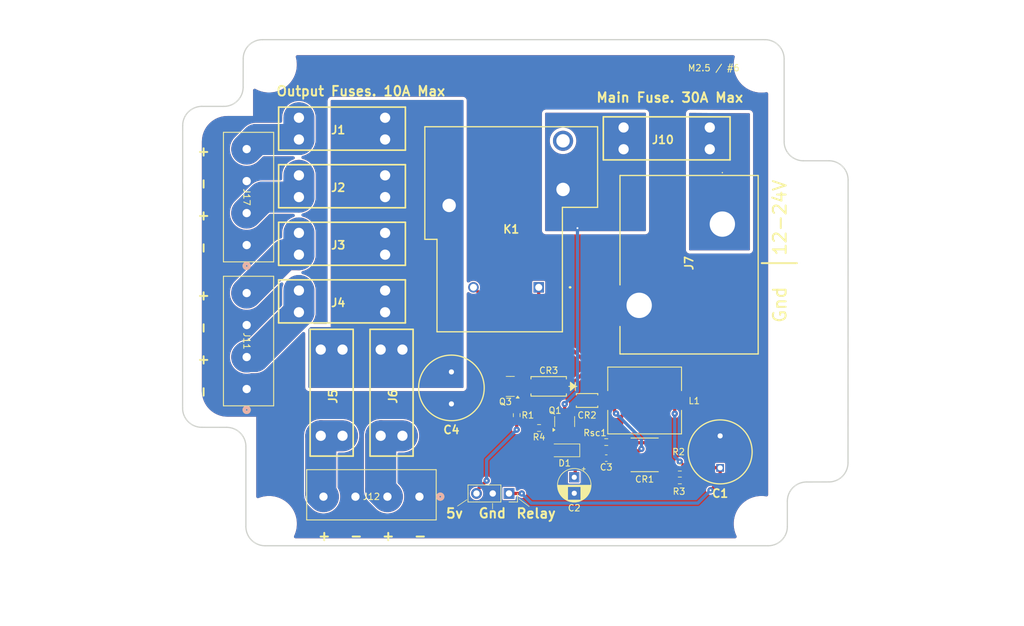
<source format=kicad_pcb>
(kicad_pcb (version 20241229) (generator "pcbnew") (generator_version "9.0")
  (layers (0 "F.Cu" signal) (2 "B.Cu" signal) (13 "F.Paste" user) (15 "B.Paste" user) (5 "F.SilkS" user "F.Silkscreen") (7 "B.SilkS" user "B.Silkscreen") (1 "F.Mask" user) (3 "B.Mask" user) (25 "Edge.Cuts" user))
  (net 0 "")
  (net 1 "Net-(J1-Pad1)")
  (net 2 "Net-(J17-Pad2)")
  (net 3 "Net-(J11-Pad4)")
  (net 4 "GND")
  (net 6 "/50F")
  (net 7 "/50U")
  (net 8 "/50R")
  (net 9 "Net-(CR1-TC)")
  (net 10 "Net-(CR1-DRC)")
  (net 11 "Net-(CR1-SWE)")
  (net 13 "Net-(CR1-CII)")
  (net 14 "/5V")
  (net 15 "Net-(J9-Pin_3)")
  (net 16 "Net-(D1-A)")
  (net 17 "/5VReg/Vin")
  (net 18 "Net-(K1-COIL_2)")
  (net 19 "Net-(Q3-B)")
  (net 20 "Net-(J11-Pad2)")
  (net 21 "Net-(J12-Pad4)")
  (net 22 "Net-(J12-Pad2)")
  (footprint "LEDController:3557-2" (layer "F.Cu") (at 71.145765 94.25 90)
    (property "Reference" "J6" (at -0.597 0.218 90) (layer "F.SilkS") (effects (font (size 1.27 1.27) (thickness 0.254))))
    (property "Value" "3557-2" (hide yes))
    (pad "1" thru_hole circle (at -6.735 -1.7 90) (size 2.4 2.4) (drill 1.6) (layers "*.Cu" "*.Mask") (net 22 "Net-(J12-Pad2)"))
    (pad "2" thru_hole circle (at 6.735 -1.7 90) (size 2.4 2.4) (drill 1.6) (layers "*.Cu" "*.Mask") (net 8 "/50R"))
    (pad "3" thru_hole circle (at -6.735 1.7 90) (size 2.4 2.4) (drill 1.6) (layers "*.Cu" "*.Mask") (net 22 "Net-(J12-Pad2)"))
    (pad "4" thru_hole circle (at 6.735 1.7 90) (size 2.4 2.4) (drill 1.6) (layers "*.Cu" "*.Mask") (net 8 "/50R"))
  )
  (footprint "MountingHole:MountingHole_2.7mm_M2.5" (layer "F.Cu") (at 52 114.74)
    (property "Reference" "REF**" (hide yes))
    (property "Value" "MountingHole_2.7mm_M2.5")
    (pad "" np_thru_hole circle (at 0 0) (size 2.7 2.7) (drill 2.7) (layers "*.Cu" "*.Mask"))
  )
  (footprint "LEDController:CONN4_TB002-500_787x299_CUD" (layer "F.Cu") (at 75.5 110.5)
    (property "Reference" "J12" (at -7.5 0 0) (layer "F.SilkS"))
    (property "Value" "TB002-500-04BE")
    (pad "1" thru_hole circle (at 0 0) (size 1.8034 1.8034) (drill 1.2954) (layers "*.Cu" "*.Mask") (net 4 "GND"))
    (pad "2" thru_hole circle (at -5 0) (size 1.8034 1.8034) (drill 1.2954) (layers "*.Cu" "*.Mask") (net 22 "Net-(J12-Pad2)"))
    (pad "3" thru_hole circle (at -10 0) (size 1.8034 1.8034) (drill 1.2954) (layers "*.Cu" "*.Mask") (net 4 "GND"))
    (pad "4" thru_hole circle (at -15.000001 0) (size 1.8034 1.8034) (drill 1.2954) (layers "*.Cu" "*.Mask") (net 21 "Net-(J12-Pad4)"))
  )
  (footprint "Connector_PinSocket_2.54mm:PinSocket_1x03_P2.54mm_Vertical" (layer "F.Cu") (at 89.5 110 -90)
    (property "Reference" "J9" (hide yes))
    (property "Value" "Conn_01x03_Pin" (hide yes))
    (pad "1" thru_hole rect (at 0 0 270) (size 1.7 1.7) (drill 1) (layers "*.Cu" "*.Mask") (net 14 "/5V"))
    (pad "2" thru_hole oval (at 0 2.54 270) (size 1.7 1.7) (drill 1) (layers "*.Cu" "*.Mask") (net 4 "GND"))
    (pad "3" thru_hole oval (at 0 5.08 270) (size 1.7 1.7) (drill 1) (layers "*.Cu" "*.Mask") (net 15 "Net-(J9-Pin_3)"))
  )
  (footprint "LEDController:0389690002" (layer "F.Cu") (at 122.845765 67.9 -90)
    (property "Reference" "J7" (at 6.1 5.2 90) (layer "F.SilkS") (effects (font (size 1.27 1.27) (thickness 0.254))))
    (property "Value" "0389690002" (hide yes))
    (pad "1" thru_hole rect (at 0 0 270) (size 5.94 5.94) (drill 3.96) (layers "*.Cu" "*.Mask") (net 7 "/50U"))
    (pad "2" thru_hole circle (at 12.7 13 270) (size 5.94 5.94) (drill 3.96) (layers "*.Cu" "*.Mask") (net 4 "GND"))
  )
  (footprint "LEDController:3557-2" (layer "F.Cu") (at 63.400765 61.977709)
    (property "Reference" "J2" (at -0.597 0.218 0) (layer "F.SilkS") (effects (font (size 1.27 1.27) (thickness 0.254))))
    (property "Value" "3557-2" (hide yes))
    (pad "1" thru_hole circle (at -6.735 -1.7) (size 2.4 2.4) (drill 1.6) (layers "*.Cu" "*.Mask") (net 2 "Net-(J17-Pad2)"))
    (pad "2" thru_hole circle (at 6.735 -1.7) (size 2.4 2.4) (drill 1.6) (layers "*.Cu" "*.Mask") (net 8 "/50R"))
    (pad "3" thru_hole circle (at -6.735 1.7) (size 2.4 2.4) (drill 1.6) (layers "*.Cu" "*.Mask") (net 2 "Net-(J17-Pad2)"))
    (pad "4" thru_hole circle (at 6.735 1.7) (size 2.4 2.4) (drill 1.6) (layers "*.Cu" "*.Mask") (net 8 "/50R"))
  )
  (footprint "MountingHole:MountingHole_2.7mm_M2.5" (layer "F.Cu") (at 51.99 42.98)
    (property "Reference" "M2.5 / #6" (at 69.51 0.52 0) (layer "F.SilkS"))
    (property "Value" "MountingHole_2.7mm_M2.5")
    (pad "" np_thru_hole circle (at 0 0) (size 2.7 2.7) (drill 2.7) (layers "*.Cu" "*.Mask"))
  )
  (footprint "LEDController:CAPPRD500W60D1025H2200" (layer "F.Cu") (at 80.5 91 -90)
    (property "Reference" "C4" (at 9.059709 0 0) (layer "F.SilkS") (effects (font (size 1.27 1.27) (thickness 0.254))))
    (property "Value" "UVR1E102MPD" (hide yes))
    (pad "1" thru_hole rect (at 0 0 270) (size 1.2 1.2) (drill 0.8) (layers "*.Cu" "*.Mask") (net 8 "/50R"))
    (pad "2" thru_hole circle (at 5 0 270) (size 1.2 1.2) (drill 0.8) (layers "*.Cu" "*.Mask") (net 4 "GND"))
  )
  (footprint "LEDController:IND_BOURNS_SDR1105" (layer "F.Cu") (at 110.7 95.467612)
    (property "Reference" "L1" (at 7.744235 0.059709 0) (layer "F.SilkS"))
    (property "Value" "SDR1105-201KL")
    (pad "1" smd rect (at -4.699 0) (size 2.5908 2.413) (layers "F.Cu" "F.Mask" "F.Paste") (net 11 "Net-(CR1-SWE)"))
    (pad "2" smd rect (at 4.699 0) (size 2.5908 2.413) (layers "F.Cu" "F.Mask" "F.Paste") (net 14 "/5V"))
    (zone (net 0) (net_name "") (layer "F.Cu") (connect_pads (clearance 0)) (min_thickness 0.254)
      (keepout (tracks not_allowed) (vias not_allowed) (pads allowed) (copperpour not_allowed) (footprints allowed))
      (fill (thermal_gap 0.508) (thermal_bridge_width 0.508))
      (polygon (pts (xy 107.3472 90.425712) (xy 114.0528 90.425712) (xy 114.0528 100.509512) (xy 107.3472 100.509512)))
    )
  )
  (footprint "LEDController:3557-2" (layer "F.Cu") (at 61.780765 94.25 90)
    (property "Reference" "J5" (at -0.597 0.218 90) (layer "F.SilkS") (effects (font (size 1.27 1.27) (thickness 0.254))))
    (property "Value" "3557-2" (hide yes))
    (pad "1" thru_hole circle (at -6.735 -1.7 90) (size 2.4 2.4) (drill 1.6) (layers "*.Cu" "*.Mask") (net 21 "Net-(J12-Pad4)"))
    (pad "2" thru_hole circle (at 6.735 -1.7 90) (size 2.4 2.4) (drill 1.6) (layers "*.Cu" "*.Mask") (net 8 "/50R"))
    (pad "3" thru_hole circle (at -6.735 1.7 90) (size 2.4 2.4) (drill 1.6) (layers "*.Cu" "*.Mask") (net 21 "Net-(J12-Pad4)"))
    (pad "4" thru_hole circle (at 6.735 1.7 90) (size 2.4 2.4) (drill 1.6) (layers "*.Cu" "*.Mask") (net 8 "/50R"))
  )
  (footprint "LEDController:CONN4_TB002-500_787x299_CUD" (layer "F.Cu") (at 48.5 71.177709 -90)
    (property "Reference" "J17" (at -7.5 0 270) (layer "F.SilkS"))
    (property "Value" "TB002-500-04BE")
    (pad "1" thru_hole circle (at 0 0 270) (size 1.8034 1.8034) (drill 1.2954) (layers "*.Cu" "*.Mask") (net 4 "GND"))
    (pad "2" thru_hole circle (at -5 0 270) (size 1.8034 1.8034) (drill 1.2954) (layers "*.Cu" "*.Mask") (net 2 "Net-(J17-Pad2)"))
    (pad "3" thru_hole circle (at -10 0 270) (size 1.8034 1.8034) (drill 1.2954) (layers "*.Cu" "*.Mask") (net 4 "GND"))
    (pad "4" thru_hole circle (at -15.000001 0 270) (size 1.8034 1.8034) (drill 1.2954) (layers "*.Cu" "*.Mask") (net 1 "Net-(J1-Pad1)"))
  )
  (footprint "LEDController:CAPPRD500W60D1000H1350" (layer "F.Cu") (at 122.5 106 90)
    (property "Reference" "C1" (at -4 0 0) (layer "F.SilkS") (effects (font (size 1.27 1.27) (thickness 0.254))))
    (property "Value" "470uF" (hide yes))
    (pad "1" thru_hole rect (at 0 0 90) (size 1.2 1.2) (drill 0.8) (layers "*.Cu" "*.Mask") (net 14 "/5V"))
    (pad "2" thru_hole circle (at 5 0 90) (size 1.2 1.2) (drill 0.8) (layers "*.Cu" "*.Mask") (net 4 "GND"))
  )
  (footprint "Package_TO_SOT_SMD:SOT-23" (layer "F.Cu") (at 89.7 93.2625 180)
    (property "Reference" "Q3" (at 0.755765 -2.4 0) (layer "F.SilkS"))
    (property "Value" "MMBT2222A")
    (pad "1" smd roundrect (at -0.9375 -0.95 180) (size 1.475 0.6) (layers "F.Cu" "F.Mask" "F.Paste") (net 19 "Net-(Q3-B)"))
    (pad "2" smd roundrect (at -0.9375 0.95 180) (size 1.475 0.6) (layers "F.Cu" "F.Mask" "F.Paste") (net 4 "GND"))
    (pad "3" smd roundrect (at 0.9375 0 180) (size 1.475 0.6) (layers "F.Cu" "F.Mask" "F.Paste") (net 18 "Net-(K1-COIL_2)"))
  )
  (footprint "Resistor_SMD:R_0603_1608Metric_Pad0.98x0.95mm_HandSolder" (layer "F.Cu") (at 116.2 107.967612 180)
    (property "Reference" "R3" (at 0.122289 -1.718624 0) (layer "F.SilkS"))
    (property "Value" "1.2k")
    (pad "1" smd roundrect (at -0.9125 0 180) (size 0.975 0.95) (layers "F.Cu" "F.Mask" "F.Paste") (net 14 "/5V"))
    (pad "2" smd roundrect (at 0.9125 0 180) (size 0.975 0.95) (layers "F.Cu" "F.Mask" "F.Paste") (net 4 "GND"))
  )
  (footprint "MountingHole:MountingHole_2.7mm_M2.5" (layer "F.Cu") (at 128.97 114.74)
    (property "Reference" "REF**" (hide yes))
    (property "Value" "MountingHole_2.7mm_M2.5")
    (pad "" np_thru_hole circle (at 0 0) (size 2.7 2.7) (drill 2.7) (layers "*.Cu" "*.Mask"))
  )
  (footprint "LEDController:3557-2" (layer "F.Cu") (at 114.145765 54.5)
    (property "Reference" "J10" (at -0.597 0.218 0) (layer "F.SilkS") (effects (font (size 1.27 1.27) (thickness 0.254))))
    (property "Value" "3557-2" (hide yes))
    (pad "1" thru_hole circle (at -6.735 -1.7) (size 2.4 2.4) (drill 1.6) (layers "*.Cu" "*.Mask") (net 6 "/50F"))
    (pad "2" thru_hole circle (at 6.735 -1.7) (size 2.4 2.4) (drill 1.6) (layers "*.Cu" "*.Mask") (net 7 "/50U"))
    (pad "3" thru_hole circle (at -6.735 1.7) (size 2.4 2.4) (drill 1.6) (layers "*.Cu" "*.Mask") (net 6 "/50F"))
    (pad "4" thru_hole circle (at 6.735 1.7) (size 2.4 2.4) (drill 1.6) (layers "*.Cu" "*.Mask") (net 7 "/50U"))
  )
  (footprint "LEDController:3557-2" (layer "F.Cu") (at 63.400765 70.977709)
    (property "Reference" "J3" (at -0.597 0.218 0) (layer "F.SilkS") (effects (font (size 1.27 1.27) (thickness 0.254))))
    (property "Value" "3557-2" (hide yes))
    (pad "1" thru_hole circle (at -6.735 -1.7) (size 2.4 2.4) (drill 1.6) (layers "*.Cu" "*.Mask") (net 3 "Net-(J11-Pad4)"))
    (pad "2" thru_hole circle (at 6.735 -1.7) (size 2.4 2.4) (drill 1.6) (layers "*.Cu" "*.Mask") (net 8 "/50R"))
    (pad "3" thru_hole circle (at -6.735 1.7) (size 2.4 2.4) (drill 1.6) (layers "*.Cu" "*.Mask") (net 3 "Net-(J11-Pad4)"))
    (pad "4" thru_hole circle (at 6.735 1.7) (size 2.4 2.4) (drill 1.6) (layers "*.Cu" "*.Mask") (net 8 "/50R"))
  )
  (footprint "LEDController:3557-2" (layer "F.Cu") (at 63.400765 52.977709)
    (property "Reference" "J1" (at -0.597 0.218 0) (layer "F.SilkS") (effects (font (size 1.27 1.27) (thickness 0.254))))
    (property "Value" "3557-2" (hide yes))
    (pad "1" thru_hole circle (at -6.735 -1.7) (size 2.4 2.4) (drill 1.6) (layers "*.Cu" "*.Mask") (net 1 "Net-(J1-Pad1)"))
    (pad "2" thru_hole circle (at 6.735 -1.7) (size 2.4 2.4) (drill 1.6) (layers "*.Cu" "*.Mask") (net 8 "/50R"))
    (pad "3" thru_hole circle (at -6.735 1.7) (size 2.4 2.4) (drill 1.6) (layers "*.Cu" "*.Mask") (net 1 "Net-(J1-Pad1)"))
    (pad "4" thru_hole circle (at 6.735 1.7) (size 2.4 2.4) (drill 1.6) (layers "*.Cu" "*.Mask") (net 8 "/50R"))
  )
  (footprint "MountingHole:MountingHole_2.7mm_M2.5" (layer "F.Cu") (at 128.96 43)
    (property "Reference" "REF**" (hide yes))
    (property "Value" "MountingHole_2.7mm_M2.5")
    (pad "" np_thru_hole circle (at 0 0) (size 2.7 2.7) (drill 2.7) (layers "*.Cu" "*.Mask"))
  )
  (footprint "LEDController:3557-2" (layer "F.Cu") (at 63.400765 79.977709)
    (property "Reference" "J4" (at -0.597 0.218 0) (layer "F.SilkS") (effects (font (size 1.27 1.27) (thickness 0.254))))
    (property "Value" "3557-2" (hide yes))
    (pad "1" thru_hole circle (at -6.735 -1.7) (size 2.4 2.4) (drill 1.6) (layers "*.Cu" "*.Mask") (net 20 "Net-(J11-Pad2)"))
    (pad "2" thru_hole circle (at 6.735 -1.7) (size 2.4 2.4) (drill 1.6) (layers "*.Cu" "*.Mask") (net 8 "/50R"))
    (pad "3" thru_hole circle (at -6.735 1.7) (size 2.4 2.4) (drill 1.6) (layers "*.Cu" "*.Mask") (net 20 "Net-(J11-Pad2)"))
    (pad "4" thru_hole circle (at 6.735 1.7) (size 2.4 2.4) (drill 1.6) (layers "*.Cu" "*.Mask") (net 8 "/50R"))
  )
  (footprint "LEDController:SOD-123FL_MCC" (layer "F.Cu") (at 101.7 95.467612 180)
    (property "Reference" "CR2" (at 0.005765 -2.309709 0) (layer "F.SilkS"))
    (property "Value" "SMD110PL-TP")
    (pad "1" smd rect (at -1.8415 0 180) (size 0.5842 1.0414) (layers "F.Cu" "F.Mask" "F.Paste") (net 11 "Net-(CR1-SWE)"))
    (pad "2" smd rect (at 1.8415 0 180) (size 0.5842 1.0414) (layers "F.Cu" "F.Mask" "F.Paste") (net 4 "GND"))
    (zone (net 0) (net_name "") (layer "F.Cu") (connect_pads (clearance 0)) (min_thickness 0.254)
      (keepout (tracks not_allowed) (vias not_allowed) (pads allowed) (copperpour not_allowed) (footprints allowed))
      (fill (thermal_gap 0.508) (thermal_bridge_width 0.508))
      (polygon (pts (xy 103.1986 96.369312) (xy 100.2014 96.369312) (xy 100.2014 94.565912) (xy 103.1986 94.565912)))
    )
  )
  (footprint "Package_TO_SOT_SMD:SOT-23-3" (layer "F.Cu") (at 98.2 98.7625 90)
    (property "Reference" "Q1" (at 1.735179 -1.505765 0) (layer "F.SilkS"))
    (property "Value" "DMP3099L")
    (pad "1" smd roundrect (at -1.1375 -0.95 90) (size 1.325 0.6) (layers "F.Cu" "F.Mask" "F.Paste") (net 16 "Net-(D1-A)"))
    (pad "2" smd roundrect (at -1.1375 0.95 90) (size 1.325 0.6) (layers "F.Cu" "F.Mask" "F.Paste") (net 17 "/5VReg/Vin"))
    (pad "3" smd roundrect (at 1.1375 0 90) (size 1.325 0.6) (layers "F.Cu" "F.Mask" "F.Paste") (net 6 "/50F"))
  )
  (footprint "LEDController:DIODE_DO214AC" (layer "F.Cu") (at 95.7 93.2625 180)
    (property "Reference" "CR3" (at 0 2.485179 0) (layer "F.SilkS"))
    (property "Value" "S1G-E3/61T")
    (pad "1" smd rect (at -1.7018 0 270) (size 1.651 2.1844) (layers "F.Cu" "F.Mask" "F.Paste") (net 14 "/5V"))
    (pad "2" smd rect (at 1.7018 0 270) (size 1.651 2.1844) (layers "F.Cu" "F.Mask" "F.Paste") (net 18 "Net-(K1-COIL_2)"))
    (zone (net 0) (net_name "") (layer "F.Cu") (connect_pads (clearance 0)) (min_thickness 0.254)
      (keepout (tracks not_allowed) (vias not_allowed) (pads allowed) (copperpour not_allowed) (footprints allowed))
      (fill (thermal_gap 0.508) (thermal_bridge_width 0.508))
      (polygon (pts (xy 96.2588 94.1388) (xy 95.1412 94.1388) (xy 95.1412 92.3862) (xy 96.2588 92.3862)))
    )
    (zone (net 0) (net_name "") (layer "F.Cu") (connect_pads (clearance 0)) (min_thickness 0.254)
      (keepout (tracks not_allowed) (vias not_allowed) (pads allowed) (copperpour not_allowed) (footprints allowed))
      (fill (thermal_gap 0.508) (thermal_bridge_width 0.508))
      (polygon (pts (xy 98.2908 92.3862) (xy 93.1092 92.3862) (xy 93.1092 91.9163) (xy 98.2908 91.9163)))
    )
    (zone (net 0) (net_name "") (layer "F.Cu") (connect_pads (clearance 0)) (min_thickness 0.254)
      (keepout (tracks not_allowed) (vias not_allowed) (pads allowed) (copperpour not_allowed) (footprints allowed))
      (fill (thermal_gap 0.508) (thermal_bridge_width 0.508))
      (polygon (pts (xy 98.2908 94.6087) (xy 93.1092 94.6087) (xy 93.1092 94.1388) (xy 98.2908 94.1388)))
    )
  )
  (footprint "Resistor_SMD:R_0603_1608Metric_Pad0.98x0.95mm_HandSolder" (layer "F.Cu") (at 116.2 105.967612)
    (property "Reference" "R2" (at -0.2 -2.467612 0) (layer "F.SilkS"))
    (property "Value" "3.6k")
    (pad "1" smd roundrect (at -0.9125 0) (size 0.975 0.95) (layers "F.Cu" "F.Mask" "F.Paste") (net 13 "Net-(CR1-CII)"))
    (pad "2" smd roundrect (at 0.9125 0) (size 0.975 0.95) (layers "F.Cu" "F.Mask" "F.Paste") (net 14 "/5V"))
  )
  (footprint "Capacitor_THT:CP_Radial_D5.0mm_P2.50mm" (layer "F.Cu") (at 99.7 107.467612 -90)
    (property "Reference" "C2" (at 4.809709 0.005765 0) (layer "F.SilkS"))
    (property "Value" "100uF")
    (pad "1" thru_hole rect (at 0 0 270) (size 1.6 1.6) (drill 0.8) (layers "*.Cu" "*.Mask") (net 17 "/5VReg/Vin"))
    (pad "2" thru_hole circle (at 2.5 0 270) (size 1.6 1.6) (drill 0.8) (layers "*.Cu" "*.Mask") (net 4 "GND"))
  )
  (footprint "Capacitor_SMD:C_0603_1608Metric_Pad1.08x0.95mm_HandSolder" (layer "F.Cu") (at 104.7 104.467612 180)
    (property "Reference" "C3" (at 0 -1.43 0) (layer "F.SilkS"))
    (property "Value" "470pF")
    (pad "1" smd roundrect (at -0.8625 0 180) (size 1.075 0.95) (layers "F.Cu" "F.Mask" "F.Paste") (net 9 "Net-(CR1-TC)"))
    (pad "2" smd roundrect (at 0.8625 0 180) (size 1.075 0.95) (layers "F.Cu" "F.Mask" "F.Paste") (net 4 "GND"))
  )
  (footprint "Resistor_SMD:R_0603_1608Metric_Pad0.98x0.95mm_HandSolder" (layer "F.Cu") (at 94.2 99.7625 180)
    (property "Reference" "R4" (at 0.005765 -1.43 0) (layer "F.SilkS"))
    (property "Value" "470")
    (pad "1" smd roundrect (at -0.9125 0 180) (size 0.975 0.95) (layers "F.Cu" "F.Mask" "F.Paste") (net 16 "Net-(D1-A)"))
    (pad "2" smd roundrect (at 0.9125 0 180) (size 0.975 0.95) (layers "F.Cu" "F.Mask" "F.Paste") (net 4 "GND"))
  )
  (footprint "LEDController:SO-8_STM" (layer "F.Cu") (at 110.7 103.967612)
    (property "Reference" "CR1" (at -0.005765 3.809709 0) (layer "F.SilkS"))
    (property "Value" "MC34063ABD-TR")
    (pad "1" smd rect (at -2.4638 -1.905) (size 1.9812 0.5334) (layers "F.Cu" "F.Mask" "F.Paste") (net 10 "Net-(CR1-DRC)"))
    (pad "2" smd rect (at -2.4638 -0.635) (size 1.9812 0.5334) (layers "F.Cu" "F.Mask" "F.Paste") (net 11 "Net-(CR1-SWE)"))
    (pad "3" smd rect (at -2.4638 0.635) (size 1.9812 0.5334) (layers "F.Cu" "F.Mask" "F.Paste") (net 9 "Net-(CR1-TC)"))
    (pad "4" smd rect (at -2.4638 1.905) (size 1.9812 0.5334) (layers "F.Cu" "F.Mask" "F.Paste") (net 4 "GND"))
    (pad "5" smd rect (at 2.4638 1.905) (size 1.9812 0.5334) (layers "F.Cu" "F.Mask" "F.Paste") (net 13 "Net-(CR1-CII)"))
    (pad "6" smd rect (at 2.4638 0.635) (size 1.9812 0.5334) (layers "F.Cu" "F.Mask" "F.Paste"))
    (pad "7" smd rect (at 2.4638 -0.635) (size 1.9812 0.5334) (layers "F.Cu" "F.Mask" "F.Paste") (net 10 "Net-(CR1-DRC)"))
    (pad "8" smd rect (at 2.4638 -1.905) (size 1.9812 0.5334) (layers "F.Cu" "F.Mask" "F.Paste") (net 10 "Net-(CR1-DRC)"))
  )
  (footprint "LEDController:CONN4_TB002-500_787x299_CUD" (layer "F.Cu") (at 48.5 93.67771 -90)
    (property "Reference" "J11" (at -7.5 0 270) (layer "F.SilkS"))
    (property "Value" "TB002-500-04BE")
    (pad "1" thru_hole circle (at 0 0 270) (size 1.8034 1.8034) (drill 1.2954) (layers "*.Cu" "*.Mask") (net 4 "GND"))
    (pad "2" thru_hole circle (at -5 0 270) (size 1.8034 1.8034) (drill 1.2954) (layers "*.Cu" "*.Mask") (net 20 "Net-(J11-Pad2)"))
    (pad "3" thru_hole circle (at -10 0 270) (size 1.8034 1.8034) (drill 1.2954) (layers "*.Cu" "*.Mask") (net 4 "GND"))
    (pad "4" thru_hole circle (at -15.000001 0 270) (size 1.8034 1.8034) (drill 1.2954) (layers "*.Cu" "*.Mask") (net 3 "Net-(J11-Pad4)"))
  )
  (footprint "Resistor_SMD:R_0603_1608Metric_Pad0.98x0.95mm_HandSolder" (layer "F.Cu") (at 104.7 101.967612)
    (property "Reference" "Rsc1" (at -1.755765 -1.440291 0) (layer "F.SilkS"))
    (property "Value" ".33")
    (pad "1" smd roundrect (at -0.9125 0) (size 0.975 0.95) (layers "F.Cu" "F.Mask" "F.Paste") (net 17 "/5VReg/Vin"))
    (pad "2" smd roundrect (at 0.9125 0) (size 0.975 0.95) (layers "F.Cu" "F.Mask" "F.Paste") (net 10 "Net-(CR1-DRC)"))
  )
  (footprint "Diode_SMD:D_SOD-123" (layer "F.Cu") (at 98.2 103.2625 180)
    (property "Reference" "D1" (at 0 -2 0) (layer "F.SilkS"))
    (property "Value" "D_Zener" (hide yes))
    (pad "1" smd roundrect (at -1.65 0 180) (size 0.9 1.2) (layers "F.Cu" "F.Mask" "F.Paste") (net 17 "/5VReg/Vin"))
    (pad "2" smd roundrect (at 1.65 0 180) (size 0.9 1.2) (layers "F.Cu" "F.Mask" "F.Paste") (net 16 "Net-(D1-A)"))
  )
  (footprint "Resistor_SMD:R_0603_1608Metric_Pad0.98x0.95mm_HandSolder" (layer "F.Cu") (at 90.7 97.7625 90)
    (property "Reference" "R1" (at -0.009056 1.744235 0) (layer "F.SilkS"))
    (property "Value" "1K")
    (pad "1" smd roundrect (at -0.9125 0 90) (size 0.975 0.95) (layers "F.Cu" "F.Mask" "F.Paste") (net 15 "Net-(J9-Pin_3)"))
    (pad "2" smd roundrect (at 0.9125 0 90) (size 0.975 0.95) (layers "F.Cu" "F.Mask" "F.Paste") (net 19 "Net-(Q3-B)"))
  )
  (footprint "LEDController:J115F11CH5VDCS615U" (layer "F.Cu") (at 94.145765 77.781915)
    (property "Reference" "K1" (at -4.3 -9.075 0) (layer "F.SilkS") (effects (font (size 1.27 1.27) (thickness 0.254))))
    (property "Value" "J115F11CH5VDCS61.5U" (hide yes))
    (pad "1" thru_hole rect (at 0 0) (size 1.65 1.65) (drill 1.1) (layers "*.Cu" "*.Mask") (net 14 "/5V"))
    (pad "2" thru_hole circle (at -10.2 0) (size 1.65 1.65) (drill 1.1) (layers "*.Cu" "*.Mask") (net 18 "Net-(K1-COIL_2)"))
    (pad "3" thru_hole circle (at -14 -12.8) (size 3.15 3.15) (drill 2.1) (layers "*.Cu" "*.Mask") (net 8 "/50R"))
    (pad "4" thru_hole circle (at 3.8 -22.9) (size 3.15 3.15) (drill 2.1) (layers "*.Cu" "*.Mask"))
    (pad "5" thru_hole circle (at 3.8 -15.3) (size 3.15 3.15) (drill 2.1) (layers "*.Cu" "*.Mask") (net 6 "/50F"))
  )
  (gr_line (start 81.449724 111.962293) (end 82.90688 110.979704) (stroke (width 0.1)) (layer "F.SilkS"))
  (gr_line (start 92.644496 112.037705) (end 91.070363 110.84684) (stroke (width 0.1)) (layer "F.SilkS"))
  (gr_line (start 86.929181 111.54469) (end 86.929181 112.414776) (stroke (width 0.1)) (layer "F.SilkS"))
  (gr_line (start 134.5 74) (end 129 74) (stroke (width 0.3)) (layer "F.SilkS"))
  (gr_line (start 129.5 39.07136) (end 50.95706 39.071459) (stroke (width 0.2)) (layer "Edge.Cuts"))
  (gr_arc (start 135.5 58) (mid 133.37868 57.12132) (end 132.5 55) (stroke (width 0.2)) (layer "Edge.Cuts"))
  (gr_arc (start 133.005063 111.205313) (mid 133.881588 109.086833) (end 135.998282 108.206005) (stroke (width 0.2)) (layer "Edge.Cuts"))
  (gr_arc (start 45.381085 99.666643) (mid 47.5 100.546636) (end 48.377365 102.66664) (stroke (width 0.2)) (layer "Edge.Cuts"))
  (gr_arc (start 47.95707 42.063488) (mid 48.838558 39.947324) (end 50.957055 39.071459) (stroke (width 0.2)) (layer "Edge.Cuts"))
  (gr_line (start 41.48077 99.661035) (end 45.37737 99.666643) (stroke (width 0.2)) (layer "Edge.Cuts"))
  (gr_arc (start 38.499014 52.499013) (mid 39.378043 50.378331) (end 41.499014 49.5) (stroke (width 0.2)) (layer "Edge.Cuts"))
  (gr_line (start 132.5 55) (end 132.5 42.07136) (stroke (width 0.2)) (layer "Edge.Cuts"))
  (gr_arc (start 142.484569 105.199098) (mid 141.607939 107.317386) (end 139.49135 108.198109) (stroke (width 0.2)) (layer "Edge.Cuts"))
  (gr_line (start 133.004159 115.172044) (end 133.005063 111.205313) (stroke (width 0.2)) (layer "Edge.Cuts"))
  (gr_line (start 51.37737 118.171365) (end 130.004159 118.17136) (stroke (width 0.2)) (layer "Edge.Cuts"))
  (gr_arc (start 41.48077 99.661035) (mid 39.361507 98.780693) (end 38.48449 96.66005) (stroke (width 0.2)) (layer "Edge.Cuts"))
  (gr_line (start 47.95707 42.063488) (end 47.945261 46.507971) (stroke (width 0.2)) (layer "Edge.Cuts"))
  (gr_line (start 135.998282 108.206005) (end 139.49135 108.198109) (stroke (width 0.2)) (layer "Edge.Cuts"))
  (gr_line (start 139.499019 58) (end 135.5 58) (stroke (width 0.2)) (layer "Edge.Cuts"))
  (gr_arc (start 129.499996 39.07136) (mid 131.621333 39.950036) (end 132.5 42.07136) (stroke (width 0.2)) (layer "Edge.Cuts"))
  (gr_line (start 44.945272 49.5) (end 41.499014 49.5) (stroke (width 0.2)) (layer "Edge.Cuts"))
  (gr_arc (start 133.004159 115.172044) (mid 132.125238 117.292922) (end 130.004159 118.17136) (stroke (width 0.2)) (layer "Edge.Cuts"))
  (gr_line (start 142.484569 105.199098) (end 142.499019 61.000981) (stroke (width 0.2)) (layer "Edge.Cuts"))
  (gr_arc (start 139.499019 58) (mid 141.620686 58.879027) (end 142.499019 61.000981) (stroke (width 0.2)) (layer "Edge.Cuts"))
  (gr_arc (start 47.945261 46.507971) (mid 47.063772 48.624136) (end 44.945272 49.5) (stroke (width 0.2)) (layer "Edge.Cuts"))
  (gr_line (start 48.377369 102.666641) (end 48.377365 115.171365) (stroke (width 0.2)) (layer "Edge.Cuts"))
  (gr_arc (start 51.377365 118.171365) (mid 49.256043 117.292686) (end 48.377365 115.171365) (stroke (width 0.2)) (layer "Edge.Cuts"))
  (gr_line (start 38.499014 52.499013) (end 38.48449 96.66005) (stroke (width 0.2)) (layer "Edge.Cuts"))
  (gr_text "+" (at 41 78 270) (layer "F.SilkS") (effects (font (size 1.5 1.5) (thickness 0.3) (bold yes)) (justify left bottom)))
  (gr_text "-" (at 41 83 270) (layer "F.SilkS") (effects (font (size 1.5 1.5) (thickness 0.3) (bold yes)) (justify left bottom)))
  (gr_text "-" (at 41 60.5 270) (layer "F.SilkS") (effects (font (size 1.5 1.5) (thickness 0.3) (bold yes)) (justify left bottom)))
  (gr_text "Main Fuse. 30A Max" (at 103 49 0) (layer "F.SilkS") (effects (font (size 1.5 1.5) (thickness 0.3) (bold yes)) (justify left bottom)))
  (gr_text "-" (at 41 93 270) (layer "F.SilkS") (effects (font (size 1.5 1.5) (thickness 0.3) (bold yes)) (justify left bottom)))
  (gr_text "+" (at 41 88 270) (layer "F.SilkS") (effects (font (size 1.5 1.5) (thickness 0.3) (bold yes)) (justify left bottom)))
  (gr_text "Relay" (at 90.5 114 0) (layer "F.SilkS") (effects (font (size 1.5 1.5) (thickness 0.3) (bold yes)) (justify left bottom)))
  (gr_text "Gnd" (at 84.591351 113.97333 0) (layer "F.SilkS") (effects (font (size 1.5 1.5) (thickness 0.3) (bold yes)) (justify left bottom)))
  (gr_text "+" (at 59.5 117.5 0) (layer "F.SilkS") (effects (font (size 1.5 1.5) (thickness 0.3) (bold yes)) (justify left bottom)))
  (gr_text "-" (at 41 70.5 270) (layer "F.SilkS") (effects (font (size 1.5 1.5) (thickness 0.3) (bold yes)) (justify left bottom)))
  (gr_text "Output Fuses. 10A Max" (at 53 48 0) (layer "F.SilkS") (effects (font (size 1.5 1.5) (thickness 0.3) (bold yes)) (justify left bottom)))
  (gr_text "12-24V" (at 133 73 90) (layer "F.SilkS") (effects (font (size 2 2) (thickness 0.3)) (justify left bottom)))
  (gr_text "+" (at 41 55.5 270) (layer "F.SilkS") (effects (font (size 1.5 1.5) (thickness 0.3) (bold yes)) (justify left bottom)))
  (gr_text "-" (at 64.5 117.5 0) (layer "F.SilkS") (effects (font (size 1.5 1.5) (thickness 0.3) (bold yes)) (justify left bottom)))
  (gr_text "-" (at 74.5 117.5 0) (layer "F.SilkS") (effects (font (size 1.5 1.5) (thickness 0.3) (bold yes)) (justify left bottom)))
  (gr_text "Gnd" (at 133 83.5 90) (layer "F.SilkS") (effects (font (size 2 2) (thickness 0.3)) (justify left bottom)))
  (gr_text "+" (at 69.5 117.5 0) (layer "F.SilkS") (effects (font (size 1.5 1.5) (thickness 0.3) (bold yes)) (justify left bottom)))
  (gr_text "+" (at 41 65.5 270) (layer "F.SilkS") (effects (font (size 1.5 1.5) (thickness 0.3) (bold yes)) (justify left bottom)))
  (gr_text "5v\n" (at 79.5 114 0) (layer "F.SilkS") (effects (font (size 1.5 1.5) (thickness 0.3) (bold yes)) (justify left bottom)))
  (segment (start 49.999999 54.677709) (end 48.5 56.177708) (width 4.8387) (layer "F.Cu") (net 1))
  (segment (start 56.665765 51.277709) (end 56.665765 54.677709) (width 4.8387) (layer "F.Cu") (net 1))
  (segment (start 56.665765 54.677709) (end 49.999999 54.677709) (width 4.8387) (layer "F.Cu") (net 1))
  (segment (start 56.665771 54.677709) (end 50.000005 54.677709) (width 4.8387) (layer "B.Cu") (net 1))
  (segment (start 50.000005 54.677709) (end 48.500006 56.177708) (width 4.8387) (layer "B.Cu") (net 1))
  (segment (start 56.665771 51.277709) (end 56.665771 54.677709) (width 4.8387) (layer "B.Cu") (net 1))
  (segment (start 56.665765 60.277709) (end 56.665765 63.677709) (width 4.8387) (layer "F.Cu") (net 2))
  (segment (start 56.665765 63.677709) (end 51 63.677709) (width 4.8387) (layer "F.Cu") (net 2))
  (segment (start 51 63.677709) (end 48.5 66.177709) (width 4.8387) (layer "F.Cu") (net 2))
  (segment (start 51.000006 63.677709) (end 48.500006 66.177709) (width 4.8387) (layer "B.Cu") (net 2))
  (segment (start 56.665771 63.677709) (end 51.000006 63.677709) (width 4.8387) (layer "B.Cu") (net 2))
  (segment (start 56.665771 60.277709) (end 56.665771 63.677709) (width 4.8387) (layer "B.Cu") (net 2))
  (segment (start 56.665765 72.677709) (end 54.5 72.677709) (width 4.8387) (layer "F.Cu") (net 3))
  (segment (start 54.5 72.677709) (end 48.5 78.677709) (width 4.8387) (layer "F.Cu") (net 3))
  (segment (start 56.665765 69.277709) (end 56.665765 72.677709) (width 4.8387) (layer "F.Cu") (net 3))
  (segment (start 56.665771 72.677709) (end 54.500006 72.677709) (width 4.8387) (layer "B.Cu") (net 3))
  (segment (start 54.500006 72.677709) (end 48.500006 78.677709) (width 4.8387) (layer "B.Cu") (net 3))
  (segment (start 56.665771 69.277709) (end 56.665771 72.677709) (width 4.8387) (layer "B.Cu") (net 3))
  (segment (start 98.2 96.027321) (end 98.2 95.967612) (width 0.508) (layer "F.Cu") (net 6))
  (segment (start 98.2 97.625) (end 98.2 96.027321) (width 0.508) (layer "F.Cu") (net 6))
  (via (at 98.2 96.027321) (size 1) (drill 0.3) (layers "F.Cu" "B.Cu") (net 6))
  (via (at 100.2 68.527321) (size 1) (drill 0.3) (layers "F.Cu" "B.Cu") (net 6))
  (segment (start 100.2 68.527321) (end 100.2 93.967612) (width 0.508) (layer "B.Cu") (net 6))
  (segment (start 100.2 93.967612) (end 98.2 95.967612) (width 0.508) (layer "B.Cu") (net 6))
  (segment (start 108.1012 104.467612) (end 108.2362 104.602612) (width 0.508) (layer "F.Cu") (net 9))
  (segment (start 105.5625 104.467612) (end 108.1012 104.467612) (width 0.508) (layer "F.Cu") (net 9))
  (segment (start 113.1638 103.332612) (end 113.1638 102.062612) (width 0.508) (layer "F.Cu") (net 10))
  (segment (start 108.1412 101.967612) (end 108.2362 102.062612) (width 0.508) (layer "F.Cu") (net 10))
  (segment (start 105.6125 101.967612) (end 108.1412 101.967612) (width 0.508) (layer "F.Cu") (net 10))
  (segment (start 105.7075 102.062612) (end 105.6125 101.967612) (width 0.508) (layer "F.Cu") (net 10))
  (segment (start 108.2362 102.062612) (end 113.1638 102.062612) (width 0.508) (layer "F.Cu") (net 10))
  (segment (start 108.2362 103.332612) (end 109.335 103.332612) (width 0.508) (layer "F.Cu") (net 11))
  (segment (start 106.001 95.467612) (end 103.5415 95.467612) (width 0.508) (layer "F.Cu") (net 11))
  (segment (start 109.335 103.332612) (end 109.888944 103.332612) (width 0.508) (layer "F.Cu") (net 11))
  (segment (start 109.888944 103.332612) (end 110.194235 103.027321) (width 0.508) (layer "F.Cu") (net 11))
  (segment (start 106.001 95.467612) (end 106.001 97.268612) (width 0.508) (layer "F.Cu") (net 11))
  (segment (start 106.001 97.268612) (end 106.2 97.467612) (width 0.508) (layer "F.Cu") (net 11))
  (via (at 106.226972 97.494584) (size 1) (drill 0.3) (layers "F.Cu" "B.Cu") (net 11))
  (via (at 110.194235 103.027321) (size 1) (drill 0.3) (layers "F.Cu" "B.Cu") (net 11))
  (segment (start 109.7 100.967612) (end 106.226972 97.494584) (width 0.508) (layer "B.Cu") (net 11))
  (segment (start 109.7 100.967612) (end 109.7 101.033086) (width 0.508) (layer "B.Cu") (net 11))
  (segment (start 106.226972 97.494584) (end 106.2 97.467612) (width 0.508) (layer "B.Cu") (net 11))
  (segment (start 109.7 101.033086) (end 110.194235 101.527321) (width 0.508) (layer "B.Cu") (net 11))
  (segment (start 110.194235 101.527321) (end 110.194235 103.027321) (width 0.508) (layer "B.Cu") (net 11))
  (segment (start 113.2588 105.967612) (end 113.1638 105.872612) (width 0.508) (layer "F.Cu") (net 13))
  (segment (start 115.2875 105.967612) (end 113.2588 105.967612) (width 0.508) (layer "F.Cu") (net 13))
  (segment (start 122.5 106) (end 122.5 108) (width 0.508) (layer "F.Cu") (net 14))
  (segment (start 114.158426 90.170712) (end 102.093788 90.170712) (width 0.508) (layer "F.Cu") (net 14))
  (segment (start 115.399 95.467612) (end 115.399 91.411286) (width 0.508) (layer "F.Cu") (net 14))
  (segment (start 115.399 91.411286) (end 114.158426 90.170712) (width 0.508) (layer "F.Cu") (net 14))
  (segment (start 102.093788 90.170712) (end 94.145765 82.222689) (width 0.508) (layer "F.Cu") (net 14))
  (segment (start 115.399 95.467612) (end 115.399 97.527321) (width 0.508) (layer "F.Cu") (net 14))
  (segment (start 122.5 108) (end 121 109.5) (width 0.508) (layer "F.Cu") (net 14))
  (segment (start 122.467612 105.967612) (end 122.5 106) (width 0.508) (layer "F.Cu") (net 14))
  (segment (start 116.194235 105.049347) (end 117.1125 105.967612) (width 0.508) (layer "F.Cu") (net 14))
  (segment (start 116.194235 105.027321) (end 116.194235 105.049347) (width 0.508) (layer "F.Cu") (net 14))
  (segment (start 99.002 93.2625) (end 97.4018 93.2625) (width 0.508) (layer "F.Cu") (net 14))
  (segment (start 94.145765 82.222689) (end 94.145765 77.781915) (width 0.508) (layer "F.Cu") (net 14))
  (segment (start 102.093788 90.170712) (end 99.002 93.2625) (width 0.508) (layer "F.Cu") (net 14))
  (segment (start 117.1125 105.967612) (end 122.467612 105.967612) (width 0.508) (layer "F.Cu") (net 14))
  (segment (start 117.1125 105.967612) (end 117.1125 107.967612) (width 0.508) (layer "F.Cu") (net 14))
  (segment (start 91.494235 110) (end 89.5 110) (width 0.508) (layer "F.Cu") (net 14))
  (via (at 115.399 97.527321) (size 1) (drill 0.3) (layers "F.Cu" "B.Cu") (net 14))
  (via (at 91.494235 110) (size 1) (drill 0.3) (layers "F.Cu" "B.Cu") (net 14))
  (via (at 116.194235 105.027321) (size 1) (drill 0.3) (layers "F.Cu" "B.Cu") (net 14))
  (via (at 121 109.5) (size 1) (drill 0.3) (layers "F.Cu" "B.Cu") (net 14))
  (segment (start 92.994235 111.5) (end 91.494235 110) (width 0.508) (layer "B.Cu") (net 14))
  (segment (start 115.399 104.232086) (end 115.694235 104.527321) (width 0.508) (layer "B.Cu") (net 14))
  (segment (start 119 111.5) (end 92.994235 111.5) (width 0.508) (layer "B.Cu") (net 14))
  (segment (start 121 109.5) (end 119 111.5) (width 0.508) (layer "B.Cu") (net 14))
  (segment (start 115.399 97.527321) (end 115.399 104.232086) (width 0.508) (layer "B.Cu") (net 14))
  (segment (start 115.694235 104.527321) (end 116.194235 105.027321) (width 0.508) (layer "B.Cu") (net 14))
  (segment (start 84.42 109.58) (end 86 108) (width 0.508) (layer "F.Cu") (net 15))
  (segment (start 90.7 98.675) (end 90.7 100.027321) (width 0.508) (layer "F.Cu") (net 15))
  (segment (start 84.42 110) (end 84.42 109.58) (width 0.508) (layer "F.Cu") (net 15))
  (via (at 90.7 100.027321) (size 1) (drill 0.3) (layers "F.Cu" "B.Cu") (net 15))
  (via (at 86 108) (size 1) (drill 0.3) (layers "F.Cu" "B.Cu") (net 15))
  (segment (start 86 104.727321) (end 90.7 100.027321) (width 0.508) (layer "B.Cu") (net 15))
  (segment (start 86 108) (end 86 104.727321) (width 0.508) (layer "B.Cu") (net 15))
  (segment (start 96.55 103.2625) (end 96.55 100.967612) (width 0.508) (layer "F.Cu") (net 16))
  (segment (start 96.55 100.967612) (end 96.55 100.6) (width 0.508) (layer "F.Cu") (net 16))
  (segment (start 95.1125 99.7625) (end 95.7125 99.7625) (width 0.508) (layer "F.Cu") (net 16))
  (segment (start 96.55 100.6) (end 97.25 99.9) (width 0.508) (layer "F.Cu") (net 16))
  (segment (start 95.7125 99.7625) (end 96.55 100.6) (width 0.508) (layer "F.Cu") (net 16))
  (segment (start 103.7875 101.967612) (end 101.144888 101.967612) (width 0.508) (layer "F.Cu") (net 17))
  (segment (start 101.217612 101.967612) (end 99.15 99.9) (width 0.508) (layer "F.Cu") (net 17))
  (segment (start 101.144888 101.967612) (end 99.85 103.2625) (width 0.508) (layer "F.Cu") (net 17))
  (segment (start 103.7875 101.967612) (end 101.217612 101.967612) (width 0.508) (layer "F.Cu") (net 17))
  (segment (start 99.85 107.317612) (end 99.7 107.467612) (width 0.508) (layer "F.Cu") (net 17))
  (segment (start 99.85 103.2625) (end 99.85 107.317612) (width 0.508) (layer "F.Cu") (net 17))
  (segment (start 88.7625 93.2625) (end 93.9982 93.2625) (width 0.508) (layer "F.Cu") (net 18))
  (segment (start 88.7625 93.2625) (end 88 92.5) (width 0.508) (layer "F.Cu") (net 18))
  (segment (start 83.945765 77.781915) (end 87.931462 81.767612) (width 0.508) (layer "F.Cu") (net 18))
  (segment (start 88 92.5) (end 88 81.767612) (width 0.508) (layer "F.Cu") (net 18))
  (segment (start 87.931462 81.767612) (end 88 81.767612) (width 0.508) (layer "F.Cu") (net 18))
  (segment (start 90.7 96.85) (end 90.7 94.275) (width 0.508) (layer "F.Cu") (net 19))
  (segment (start 90.7 94.275) (end 90.6375 94.2125) (width 0.508) (layer "F.Cu") (net 19))
  (segment (start 56.665765 78.277709) (end 56.665765 81.677709) (width 4.8387) (layer "F.Cu") (net 20))
  (segment (start 49.754619 88.588855) (end 48.588855 88.588855) (width 4.8387) (layer "F.Cu") (net 20))
  (segment (start 56.665765 81.677709) (end 49.754619 88.588855) (width 4.8387) (layer "F.Cu") (net 20))
  (segment (start 48.588855 88.588855) (end 48.5 88.67771) (width 4.8387) (layer "F.Cu") (net 20))
  (segment (start 49.754619 88.588855) (end 48.588855 88.588855) (width 4.8387) (layer "B.Cu") (net 20))
  (segment (start 56.665765 78.277709) (end 56.665765 81.677709) (width 4.8387) (layer "B.Cu") (net 20))
  (segment (start 48.588855 88.588855) (end 48.5 88.67771) (width 4.8387) (layer "B.Cu") (net 20))
  (segment (start 56.665765 81.677709) (end 49.754619 88.588855) (width 4.8387) (layer "B.Cu") (net 20))
  (segment (start 60.080765 110.080766) (end 60.499999 110.5) (width 4.8387) (layer "F.Cu") (net 21))
  (segment (start 60.080765 100.985) (end 60.080765 110.080766) (width 4.8387) (layer "F.Cu") (net 21))
  (segment (start 63.480765 100.985) (end 60.080765 100.985) (width 4.8387) (layer "F.Cu") (net 21))
  (segment (start 60.080771 110.080766) (end 60.500005 110.5) (width 4.8387) (layer "B.Cu") (net 21))
  (segment (start 63.480771 100.985) (end 60.080771 100.985) (width 4.8387) (layer "B.Cu") (net 21))
  (segment (start 60.080771 100.985) (end 60.080771 110.080766) (width 4.8387) (layer "B.Cu") (net 21))
  (segment (start 72.845765 100.985) (end 69.445765 100.985) (width 4.8387) (layer "F.Cu") (net 22))
  (segment (start 69.445765 100.985) (end 69.445765 109.445765) (width 4.8387) (layer "F.Cu") (net 22))
  (segment (start 69.445765 109.445765) (end 70.5 110.5) (width 4.8387) (layer "F.Cu") (net 22))
  (segment (start 69.445771 109.445765) (end 70.500006 110.5) (width 4.8387) (layer "B.Cu") (net 22))
  (segment (start 69.445771 100.985) (end 69.445771 109.445765) (width 4.8387) (layer "B.Cu") (net 22))
  (segment (start 72.845771 100.985) (end 69.445771 100.985) (width 4.8387) (layer "B.Cu") (net 22))
  (zone (net 0) (net_name "") (layer "F.Cu") (connect_pads (clearance 0)) (min_thickness 0.25)
    (keepout (tracks allowed) (vias allowed) (pads allowed) (copperpour not_allowed) (footprints allowed))
    (fill (thermal_gap 0.5) (thermal_bridge_width 0.5))
    (polygon (pts (xy 113.694235 92.527321) (xy 113.694235 91.027321) (xy 115.194235 91.027321) (xy 115.194235 94.115761) (xy 113.694235 94.115761)))
  )
  (zone (net 7) (net_name "/50U") (layers "F.Cu" "B.Cu") (priority 2) (connect_pads yes (clearance 0.5)) (min_thickness 0.25) (fill yes (thermal_gap 0.5) (thermal_bridge_width 0.5))
    (polygon (pts (xy 117.645765 50.515071) (xy 117.645765 72) (xy 127.145765 72) (xy 127.145765 50.572339)))
  )
  (zone (net 6) (net_name "/50F") (layers "F.Cu" "B.Cu") (priority 2) (connect_pads yes (clearance 0.5)) (min_thickness 0.25) (fill yes (thermal_gap 0.5) (thermal_bridge_width 0.5))
    (polygon (pts (xy 95.145765 50.5) (xy 95.145765 69) (xy 110.895765 69) (xy 110.895765 50.5)))
  )
  (zone (net 4) (net_name "GND") (layers "F.Cu" "B.Cu") (priority 1) (connect_pads yes (clearance 0.2)) (min_thickness 0.5) (fill yes (thermal_gap 0.5) (thermal_bridge_width 0.5) (smoothing fillet) (radius 4) (island_removal_mode 1) (island_area_min 9.999999))
    (polygon (pts (xy 130 41.5) (xy 49.5 41.5) (xy 49.5 51) (xy 41.5 51) (xy 41.5 98) (xy 50 98) (xy 50 117) (xy 130 117)))
  )
  (zone (net 8) (net_name "/50R") (layers "F.Cu" "B.Cu") (priority 2) (connect_pads yes (clearance 0.5)) (min_thickness 0.25) (fill yes (thermal_gap 0.5) (thermal_bridge_width 0.5))
    (polygon (pts (xy 61.645765 48.5) (xy 61.645765 84) (xy 58.145765 84) (xy 58.145765 93.5) (xy 73.645765 93.5) (xy 82.395765 93.5) (xy 82.395765 48.5)))
  )
)
</source>
